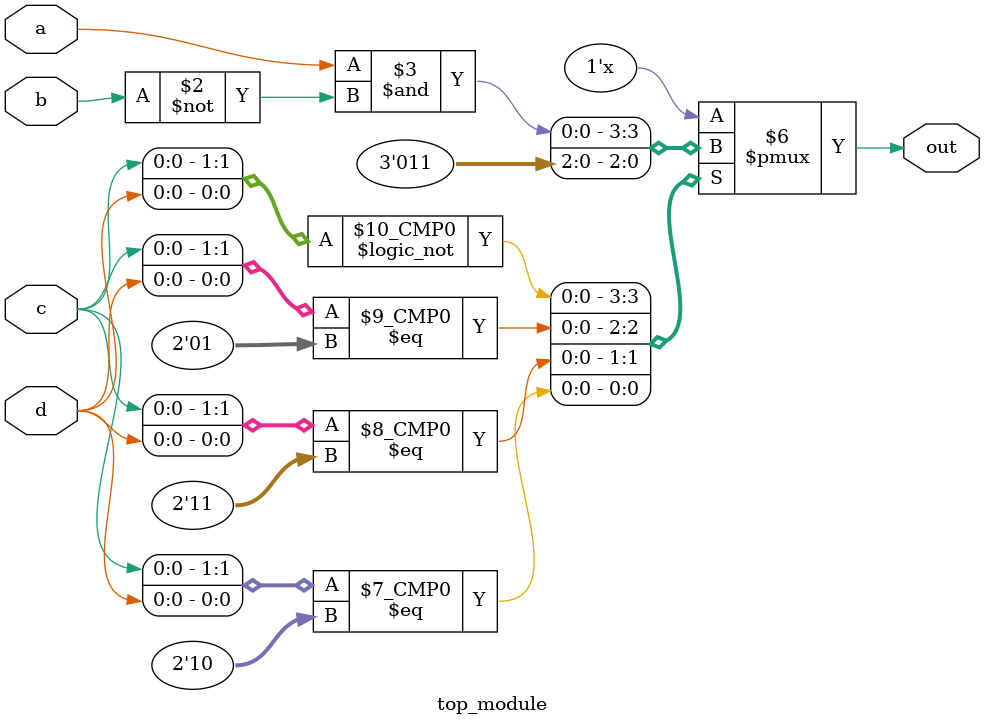
<source format=sv>
module top_module (
    input a, 
    input b,
    input c,
    input d,
    output reg out
);

always @(*) begin
    case ({c, d})
        2'b00: out = a & ~b;
        2'b01: out = 1'b0;
        2'b11: out = 1'b1;
        2'b10: out = 1'b1;
        default: out = a & ~b; // handle don't-care condition
    endcase
end

endmodule

</source>
